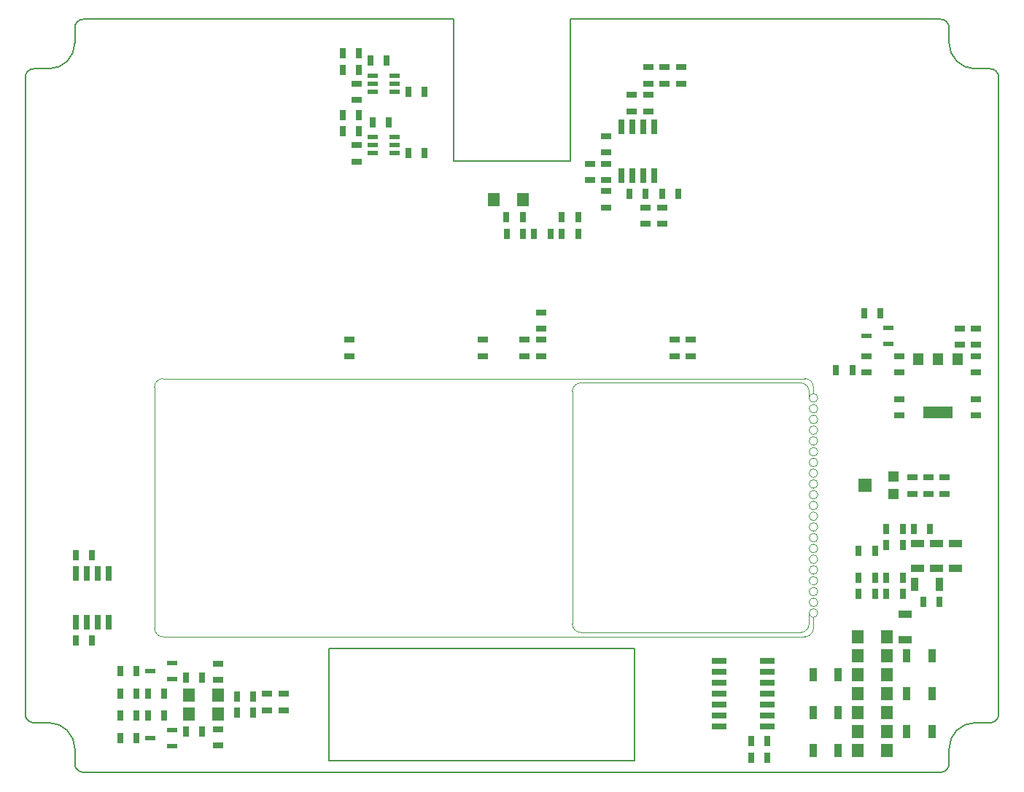
<source format=gtp>
G04*
G04 #@! TF.GenerationSoftware,Altium Limited,Altium Designer,24.0.1 (36)*
G04*
G04 Layer_Color=8421504*
%FSAX44Y44*%
%MOMM*%
G71*
G04*
G04 #@! TF.SameCoordinates,AD116AE3-DE06-480B-A5EE-D1CFDF242DD9*
G04*
G04*
G04 #@! TF.FilePolarity,Positive*
G04*
G01*
G75*
%ADD10C,0.2000*%
%ADD17C,0.1000*%
%ADD18R,1.3000X0.7000*%
%ADD19R,0.7000X1.3000*%
%ADD20R,1.6000X0.9000*%
%ADD21R,0.9000X1.6000*%
%ADD22R,1.8000X0.7000*%
%ADD23R,1.2000X1.4000*%
%ADD24R,3.5000X1.4000*%
%ADD25R,1.2000X0.6000*%
%ADD26R,0.7000X1.8000*%
%ADD27R,1.2000X0.5500*%
%ADD28R,1.2000X1.2000*%
%ADD29R,1.5000X1.6000*%
%ADD30R,1.4000X1.6000*%
D10*
X00855490Y00874477D02*
G03*
X00865490Y00864477I00010000J00000000D01*
G01*
X00912990Y00834487D02*
G03*
X00882990Y00864487I-00030000J00000000D01*
G01*
X00912981Y00816987D02*
G03*
X00922981Y00806987I00010000J00000000D01*
G01*
X01927990Y01654487D02*
G03*
X01957990Y01624487I00030000J00000000D01*
G01*
X01918000Y00806986D02*
G03*
X01928000Y00816987I00000000J00010000D01*
G01*
X00922981Y01681987D02*
G03*
X00912981Y01671987I00000000J-00010000D01*
G01*
X00865490Y01624496D02*
G03*
X00855490Y01614496I00000000J-00010000D01*
G01*
X01985491D02*
G03*
X01975491Y01624496I-00010000J00000000D01*
G01*
Y00864477D02*
G03*
X01985491Y00874477I00000000J00010000D01*
G01*
X01928000Y01671987D02*
G03*
X01918000Y01681987I-00010000J00000000D01*
G01*
X00882990Y01624487D02*
G03*
X00912990Y01654487I00000000J00030000D01*
G01*
X01957990Y00864487D02*
G03*
X01927990Y00834487I00000000J-00030000D01*
G01*
X01207790Y00820487D02*
X01433190Y00820487D01*
X01563190D01*
X01433190Y00950487D02*
X01563190D01*
X01207790Y00950487D02*
X01433190Y00950487D01*
X01563190Y00820487D02*
Y00950487D01*
X01207790Y00820487D02*
Y00950487D01*
X00865481Y00864487D02*
X00882990D01*
X00912990Y00816977D02*
Y00834487D01*
X01927990Y00816977D02*
Y00834487D01*
X01957990Y01624487D02*
X01975500D01*
X01487991Y01681987D02*
X01918000Y01681987D01*
X01927990Y01654487D02*
Y01671996D01*
X01352990Y01517487D02*
Y01669287D01*
X00912990Y01654487D02*
Y01671996D01*
X01957990Y00864487D02*
X01975500D01*
X00922981Y01681987D02*
X01352990D01*
X00922981Y00806987D02*
X01918000Y00806987D01*
X00855490Y00874477D02*
X00855490Y01614496D01*
X01352990Y01669287D02*
Y01681987D01*
X00865481Y01624487D02*
X00882990D01*
X01487991Y01517487D02*
Y01681987D01*
X01433190Y01517487D02*
X01487991D01*
X01352990D02*
X01433190D01*
X01985490Y00874477D02*
X01985490Y01614496D01*
D17*
X01015490Y01264477D02*
G03*
X01005490Y01254477I00000000J-00010000D01*
G01*
Y00974477D02*
G03*
X01015490Y00964477I00010000J00000000D01*
G01*
X01755490Y00969487D02*
G03*
X01765490Y00979487I00000000J00010000D01*
G01*
X01490491D02*
G03*
X01500491Y00969487I00010000J00000000D01*
G01*
Y01259487D02*
G03*
X01490491Y01249487I00000000J-00010000D01*
G01*
X01765490Y01249477D02*
G03*
X01755490Y01259477I-00010000J00000000D01*
G01*
X01770490Y01254477D02*
G03*
X01760490Y01264477I-00010000J00000000D01*
G01*
X01775490Y01004487D02*
G03*
X01775490Y01004487I-00005000J00000000D01*
G01*
Y00991987D02*
G03*
X01775490Y00991987I-00005000J00000000D01*
G01*
Y01041987D02*
G03*
X01775490Y01041987I-00005000J00000000D01*
G01*
Y01029487D02*
G03*
X01775490Y01029487I-00005000J00000000D01*
G01*
Y01016987D02*
G03*
X01775490Y01016987I-00005000J00000000D01*
G01*
Y01079487D02*
G03*
X01775490Y01079487I-00005000J00000000D01*
G01*
Y01066987D02*
G03*
X01775490Y01066987I-00005000J00000000D01*
G01*
Y01054487D02*
G03*
X01775490Y01054487I-00005000J00000000D01*
G01*
Y01116987D02*
G03*
X01775490Y01116987I-00005000J00000000D01*
G01*
Y01104487D02*
G03*
X01775490Y01104487I-00005000J00000000D01*
G01*
Y01091987D02*
G03*
X01775490Y01091987I-00005000J00000000D01*
G01*
Y01129487D02*
G03*
X01775490Y01129487I-00005000J00000000D01*
G01*
Y01141987D02*
G03*
X01775490Y01141987I-00005000J00000000D01*
G01*
Y01154487D02*
G03*
X01775490Y01154487I-00005000J00000000D01*
G01*
Y01166987D02*
G03*
X01775490Y01166987I-00005000J00000000D01*
G01*
Y01179487D02*
G03*
X01775490Y01179487I-00005000J00000000D01*
G01*
Y01191987D02*
G03*
X01775490Y01191987I-00005000J00000000D01*
G01*
Y01204487D02*
G03*
X01775490Y01204487I-00005000J00000000D01*
G01*
Y01216987D02*
G03*
X01775490Y01216987I-00005000J00000000D01*
G01*
Y01229487D02*
G03*
X01775490Y01229487I-00005000J00000000D01*
G01*
Y01241987D02*
G03*
X01775490Y01241987I-00005000J00000000D01*
G01*
X01760490Y00964477D02*
G03*
X01770490Y00974477I00000000J00010000D01*
G01*
X01005490D02*
Y01254477D01*
X01765490Y00979487D02*
Y00991997D01*
X01500491Y00969487D02*
X01755490Y00969487D01*
X01490491Y00979487D02*
Y01249487D01*
X01500491Y01259477D02*
X01755490Y01259477D01*
X01765490Y01241987D02*
Y01249477D01*
X01770490Y00974477D02*
Y00986987D01*
Y01246987D02*
Y01254477D01*
X01015490Y01264477D02*
X01760490Y01264477D01*
X01015490Y00964477D02*
X01760490Y00964477D01*
D18*
X01529740Y01546237D02*
D03*
Y01527237D02*
D03*
Y01514237D02*
D03*
Y01495237D02*
D03*
X01870240Y01221487D02*
D03*
Y01240487D02*
D03*
Y01271487D02*
D03*
Y01290487D02*
D03*
X01959241Y01221487D02*
D03*
Y01240487D02*
D03*
Y01271487D02*
D03*
Y01290487D02*
D03*
Y01303487D02*
D03*
Y01322487D02*
D03*
X01940240D02*
D03*
Y01303487D02*
D03*
X01616740Y01607237D02*
D03*
Y01626237D02*
D03*
X01575740Y01463237D02*
D03*
Y01444237D02*
D03*
X01597740Y01626237D02*
D03*
Y01607237D02*
D03*
X01559740Y01594237D02*
D03*
Y01575237D02*
D03*
X01578740Y01594237D02*
D03*
Y01575237D02*
D03*
Y01626237D02*
D03*
Y01607237D02*
D03*
X01239990Y01516737D02*
D03*
Y01535737D02*
D03*
Y01588237D02*
D03*
Y01607237D02*
D03*
X01510740Y01514237D02*
D03*
Y01495237D02*
D03*
X01884990Y01149487D02*
D03*
Y01130487D02*
D03*
X01903990Y01149487D02*
D03*
Y01130487D02*
D03*
X01832240Y01271487D02*
D03*
Y01290487D02*
D03*
X01079240Y00933237D02*
D03*
Y00914237D02*
D03*
X01155240Y00879237D02*
D03*
Y00898237D02*
D03*
X01079240Y00838237D02*
D03*
Y00857237D02*
D03*
X01136240Y00879237D02*
D03*
Y00898237D02*
D03*
X01453990Y01341487D02*
D03*
Y01322487D02*
D03*
X01386990Y01290487D02*
D03*
Y01309487D02*
D03*
X01231740D02*
D03*
Y01290487D02*
D03*
X01922990Y01149487D02*
D03*
Y01130487D02*
D03*
X01453990Y01290487D02*
D03*
Y01309487D02*
D03*
X01434990Y01290487D02*
D03*
Y01309487D02*
D03*
X01529740Y01463237D02*
D03*
Y01482237D02*
D03*
X01628240Y01309487D02*
D03*
Y01290487D02*
D03*
X01594740Y01463237D02*
D03*
Y01444237D02*
D03*
X01609240Y01309487D02*
D03*
Y01290487D02*
D03*
D19*
X01299990Y01526237D02*
D03*
X01318990D02*
D03*
Y01597987D02*
D03*
X01299990D02*
D03*
X01497240Y01432987D02*
D03*
X01478240D02*
D03*
X01414240D02*
D03*
X01433240D02*
D03*
X01848240Y01340487D02*
D03*
X01829240D02*
D03*
X01497240Y01451987D02*
D03*
X01478240D02*
D03*
X00933240Y00960237D02*
D03*
X00914240D02*
D03*
X01277490Y01562237D02*
D03*
X01258490D02*
D03*
X01255991Y01633737D02*
D03*
X01274990D02*
D03*
X01414190Y01451987D02*
D03*
X01433190D02*
D03*
X01446240Y01432987D02*
D03*
X01465240D02*
D03*
X01242990Y01551737D02*
D03*
X01223990D02*
D03*
Y01570737D02*
D03*
X01242990D02*
D03*
X01223990Y01623237D02*
D03*
X01242990D02*
D03*
Y01642237D02*
D03*
X01223990D02*
D03*
X01873990Y01089987D02*
D03*
X01854990D02*
D03*
X01905990D02*
D03*
X01886991D02*
D03*
X01822990Y01064487D02*
D03*
X01841990D02*
D03*
X00933240Y01059237D02*
D03*
X00914240D02*
D03*
X01041740Y00917237D02*
D03*
X01060740D02*
D03*
X00965740Y00924737D02*
D03*
X00984740D02*
D03*
X01016740Y00898237D02*
D03*
X00997740D02*
D03*
X00965740D02*
D03*
X00984740D02*
D03*
X01120240Y00895237D02*
D03*
X01101240D02*
D03*
X00997740Y00873237D02*
D03*
X01016740D02*
D03*
X00965740Y00846737D02*
D03*
X00984740D02*
D03*
X00965740Y00873237D02*
D03*
X00984740D02*
D03*
X01697990Y00823987D02*
D03*
X01716990D02*
D03*
X01697990Y00842987D02*
D03*
X01716990D02*
D03*
X01041740Y00854237D02*
D03*
X01060740D02*
D03*
X01101240Y00876237D02*
D03*
X01120240D02*
D03*
X01841990Y01032987D02*
D03*
X01822990D02*
D03*
X01841990Y01013987D02*
D03*
X01822990D02*
D03*
X01873990Y01070987D02*
D03*
X01854990D02*
D03*
X01873990Y01013987D02*
D03*
X01854990D02*
D03*
X01916990Y01004987D02*
D03*
X01897990D02*
D03*
X01873990Y01032987D02*
D03*
X01854990D02*
D03*
X01815699Y01274422D02*
D03*
X01796699D02*
D03*
X01575740Y01479237D02*
D03*
X01556740D02*
D03*
X01594740D02*
D03*
X01613740D02*
D03*
D20*
X01935490Y01072987D02*
D03*
Y01043987D02*
D03*
X01876990Y00961237D02*
D03*
Y00990237D02*
D03*
X01913490Y01043987D02*
D03*
Y01072987D02*
D03*
X01891490Y01043987D02*
D03*
Y01072987D02*
D03*
D21*
X01907990Y00942737D02*
D03*
X01878990D02*
D03*
X01769990Y00920737D02*
D03*
X01798990D02*
D03*
X01907990Y00898737D02*
D03*
X01878990D02*
D03*
X01769990Y00876737D02*
D03*
X01798990D02*
D03*
X01907990Y00854737D02*
D03*
X01878990D02*
D03*
X01769990Y00832737D02*
D03*
X01798990D02*
D03*
X01887990Y01025487D02*
D03*
X01916990D02*
D03*
D22*
X01660990Y00936837D02*
D03*
Y00873337D02*
D03*
X01716990Y00898737D02*
D03*
X01660990Y00860637D02*
D03*
X01716990Y00886037D02*
D03*
Y00860637D02*
D03*
Y00873337D02*
D03*
X01660990Y00898737D02*
D03*
X01716990Y00924137D02*
D03*
X01660990Y00886037D02*
D03*
X01716990Y00911437D02*
D03*
X01660990Y00924137D02*
D03*
Y00911437D02*
D03*
X01716990Y00936837D02*
D03*
D23*
X01891741Y01286987D02*
D03*
X01937740D02*
D03*
X01914740D02*
D03*
D24*
Y01224987D02*
D03*
D25*
X01857740Y01323487D02*
D03*
Y01304487D02*
D03*
X01831740Y01313987D02*
D03*
X01026240Y00934237D02*
D03*
Y00915237D02*
D03*
X01000240Y00924737D02*
D03*
X01026240Y00856237D02*
D03*
Y00837237D02*
D03*
X01000240Y00846737D02*
D03*
D26*
X00926890Y00981737D02*
D03*
Y01037737D02*
D03*
X00914190Y00981737D02*
D03*
Y01037737D02*
D03*
X00939590Y00981737D02*
D03*
Y01037737D02*
D03*
X00952290Y00981737D02*
D03*
Y01037737D02*
D03*
X01572590Y01556737D02*
D03*
Y01500737D02*
D03*
X01585290Y01556737D02*
D03*
Y01500737D02*
D03*
X01559890Y01556737D02*
D03*
Y01500737D02*
D03*
X01547190Y01556737D02*
D03*
Y01500737D02*
D03*
D27*
X01284490Y01616737D02*
D03*
Y01607237D02*
D03*
Y01597737D02*
D03*
X01258490Y01616737D02*
D03*
Y01607237D02*
D03*
Y01597737D02*
D03*
X01284490Y01545237D02*
D03*
Y01535737D02*
D03*
Y01526237D02*
D03*
X01258490Y01545237D02*
D03*
Y01535737D02*
D03*
Y01526237D02*
D03*
D28*
X01862990Y01130487D02*
D03*
Y01150487D02*
D03*
D29*
X01830490Y01140487D02*
D03*
D30*
X01855990Y00854736D02*
D03*
X01821990D02*
D03*
Y00876737D02*
D03*
X01855990D02*
D03*
Y00898736D02*
D03*
X01821990D02*
D03*
X01079240Y00874737D02*
D03*
X01045240D02*
D03*
X01821990Y00832737D02*
D03*
X01855990D02*
D03*
X01079240Y00896737D02*
D03*
X01045240D02*
D03*
X01821990Y00920737D02*
D03*
X01855990D02*
D03*
X01821990Y00964737D02*
D03*
X01855990D02*
D03*
Y00942737D02*
D03*
X01821990D02*
D03*
X01433190Y01472487D02*
D03*
X01399190D02*
D03*
M02*

</source>
